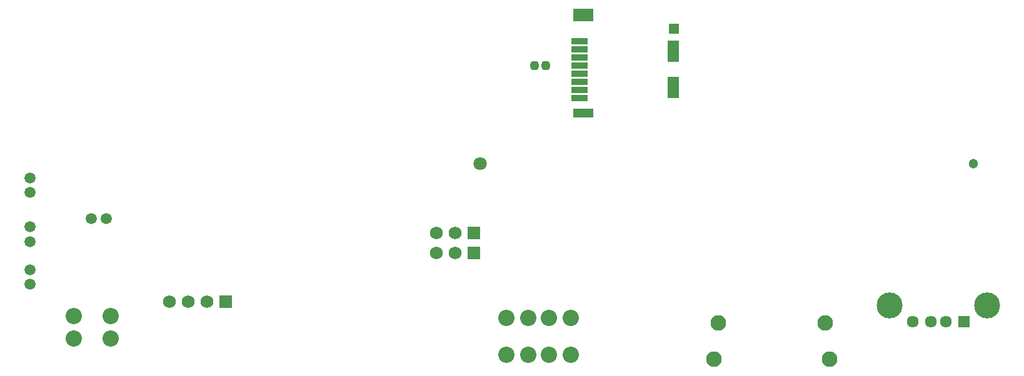
<source format=gbs>
G04*
G04 #@! TF.GenerationSoftware,Altium Limited,Altium Designer,19.0.14 (431)*
G04*
G04 Layer_Color=16711935*
%FSLAX25Y25*%
%MOIN*%
G70*
G01*
G75*
G04:AMPARAMS|DCode=39|XSize=43.43mil|YSize=47.37mil|CornerRadius=12.86mil|HoleSize=0mil|Usage=FLASHONLY|Rotation=180.000|XOffset=0mil|YOffset=0mil|HoleType=Round|Shape=RoundedRectangle|*
%AMROUNDEDRECTD39*
21,1,0.04343,0.02165,0,0,180.0*
21,1,0.01772,0.04737,0,0,180.0*
1,1,0.02572,-0.00886,0.01083*
1,1,0.02572,0.00886,0.01083*
1,1,0.02572,0.00886,-0.01083*
1,1,0.02572,-0.00886,-0.01083*
%
%ADD39ROUNDEDRECTD39*%
%ADD56C,0.05918*%
%ADD57C,0.08674*%
%ADD58R,0.06800X0.06800*%
%ADD59C,0.06800*%
%ADD60C,0.13855*%
%ADD61R,0.06343X0.06343*%
%ADD62C,0.06343*%
%ADD63C,0.08280*%
%ADD64C,0.07099*%
%ADD65C,0.05131*%
%ADD89R,0.06312X0.11430*%
%ADD90R,0.08674X0.03556*%
%ADD91R,0.05524X0.05524*%
%ADD92R,0.11036X0.06706*%
%ADD93R,0.11036X0.04737*%
D39*
X281090Y164713D02*
D03*
X286995D02*
D03*
D56*
X44771Y82847D02*
D03*
X52645D02*
D03*
X12040Y104698D02*
D03*
Y96824D02*
D03*
Y78517D02*
D03*
Y70643D02*
D03*
Y55682D02*
D03*
Y47808D02*
D03*
D57*
X277756Y10236D02*
D03*
X265945Y29921D02*
D03*
Y10236D02*
D03*
X277756Y29921D02*
D03*
X288583D02*
D03*
X300394Y10236D02*
D03*
Y29921D02*
D03*
X288583Y10236D02*
D03*
X55052Y18970D02*
D03*
X35367Y30781D02*
D03*
X55052D02*
D03*
X35367Y18970D02*
D03*
D58*
X116457Y38583D02*
D03*
X248700Y64567D02*
D03*
Y75197D02*
D03*
D59*
X106457Y38583D02*
D03*
X96457D02*
D03*
X86457D02*
D03*
X228700Y64567D02*
D03*
X238700D02*
D03*
X228700Y75197D02*
D03*
X238700D02*
D03*
D60*
X522257Y36489D02*
D03*
X470524D02*
D03*
D61*
X510170Y27828D02*
D03*
D62*
X500327D02*
D03*
X492453D02*
D03*
X482611D02*
D03*
D63*
X376705Y7847D02*
D03*
X438516D02*
D03*
X379067Y27139D02*
D03*
X436154D02*
D03*
D64*
X252099Y112375D02*
D03*
D65*
X515091D02*
D03*
D89*
X355118Y172193D02*
D03*
Y152902D02*
D03*
D90*
X305118Y147390D02*
D03*
Y151720D02*
D03*
Y156051D02*
D03*
Y160382D02*
D03*
Y164713D02*
D03*
Y169043D02*
D03*
Y173374D02*
D03*
Y177705D02*
D03*
D91*
X355512Y184201D02*
D03*
D92*
X307087Y191681D02*
D03*
D93*
X307087Y139122D02*
D03*
M02*

</source>
